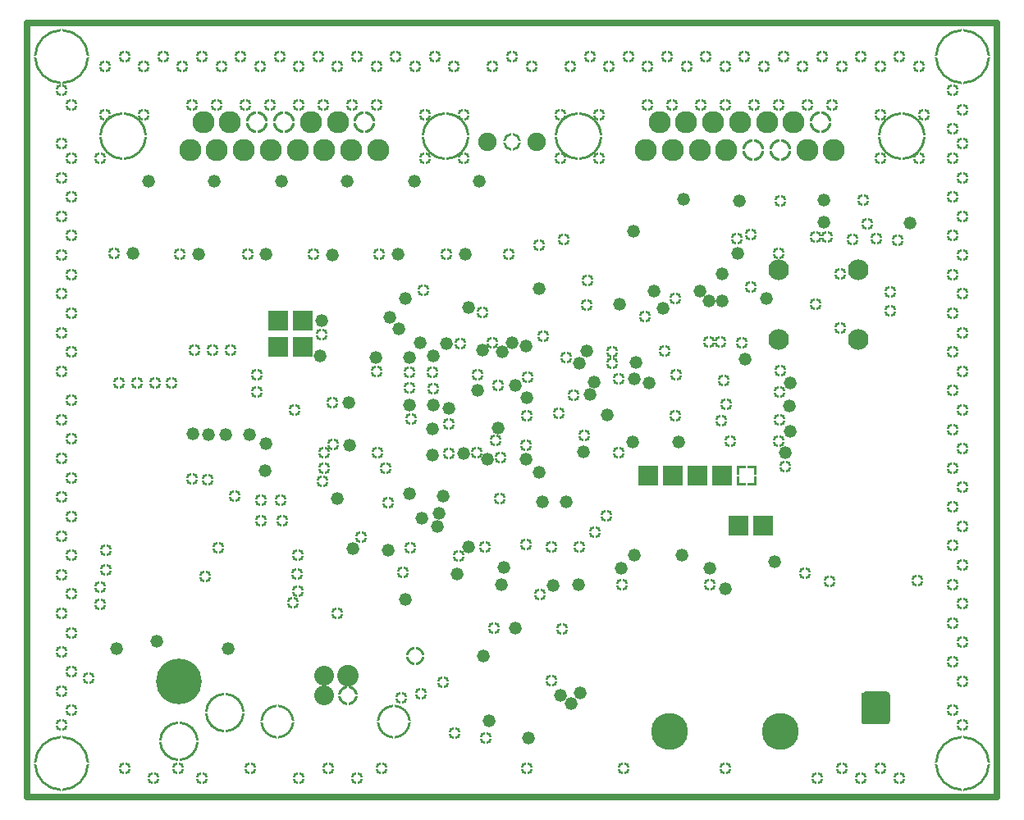
<source format=gbr>
%FSLAX36Y36*%
%MOMM*%
G04 EasyPC Gerber Version 18.0.8 Build 3632 *
%ADD126R,2.03200X2.03200*%
%ADD141C,0.20830*%
%ADD22C,0.63500*%
%ADD137C,1.32080*%
%ADD134C,1.89800*%
%ADD128C,2.03200*%
%ADD121C,2.13200*%
%ADD127C,2.22800*%
%ADD122C,2.28600*%
%ADD133C,3.81800*%
%ADD132C,4.70800*%
%AMT125*0 Thermal pad*4,1,6,0.76200,0.06350,0.76200,0.76200,0.06350,0.76200,0.06350,1.01600,1.01600,1.01600,1.01600,0.06350,0.76200,0.06350,0*4,1,6,-0.06350,0.76200,-0.76200,0.76200,-0.76200,0.06350,-1.01600,0.06350,-1.01600,1.01600,-0.06350,1.01600,-0.06350,0.76200,0*4,1,6,-0.76200,-0.06350,-0.76200,-0.76200,-0.06350,-0.76200,-0.06350,-1.01600,-1.01600,-1.01600,-1.01600,-0.06350,-0.76200,-0.06350,0*4,1,6,0.06350,-0.76200,0.76200,-0.76200,0.76200,-0.06350,1.01600,-0.06350,1.01600,-1.01600,0.06350,-1.01600,0.06350,-0.76200,0*%
%ADD125T125*%
%AMT120*0 Thermal pad*7,0,0,1.32080,0.81280,0.12700,0*%
%ADD120T120*%
%AMT135*0 Thermal pad*7,0,0,1.89800,1.39000,0.12700,0*%
%ADD135T135*%
%AMT136*0 Thermal pad*7,0,0,1.93040,1.42240,0.12700,0*%
%ADD136T136*%
%AMT129*0 Thermal pad*7,0,0,2.03200,1.52400,0.12700,0*%
%ADD129T129*%
%AMT123*0 Thermal pad*7,0,0,2.28600,1.77800,0.12700,0*%
%ADD123T123*%
%AMT130*0 Thermal pad*7,0,0,3.50800,3.00000,0.12700,0*%
%ADD130T130*%
%AMT131*0 Thermal pad*7,0,0,4.10800,3.60000,0.12700,0*%
%ADD131T131*%
%AMT124*0 Thermal pad*7,0,0,4.95300,4.44500,0.12700,0*%
%ADD124T124*%
%AMT119*0 Thermal pad*7,0,0,5.70800,5.20000,0.12700,0*%
%ADD119T119*%
X0Y0D02*
D02*
D22*
X42104200Y3347700D02*
X142104200D01*
Y83347700*
X42104200*
Y3347700*
D02*
D119*
X45604200Y6847700D03*
Y79847700D03*
X138604200Y6847700D03*
Y79847700D03*
D02*
D120*
X45604200Y10847700D03*
Y14347700D03*
Y18347700D03*
Y22347700D03*
Y26347700D03*
Y30347700D03*
Y34347700D03*
Y38347700D03*
Y42347700D03*
Y47347700D03*
Y51347700D03*
Y55347700D03*
Y59347700D03*
Y63347700D03*
Y67347700D03*
Y70847700D03*
Y76347700D03*
X46604200Y12347700D03*
Y16347700D03*
Y20347700D03*
Y24347700D03*
Y28347700D03*
Y32347700D03*
Y36347700D03*
Y40347700D03*
Y44347700D03*
Y49347700D03*
Y53347700D03*
Y57347700D03*
Y61347700D03*
Y65347700D03*
Y69347700D03*
Y74847700D03*
X48454200Y15697700D03*
X49579200Y23272700D03*
Y25047700D03*
X49604200Y69347700D03*
X50104200Y73847700D03*
Y78847700D03*
X50179200Y26797700D03*
X50204200Y28847700D03*
X51054200Y59547700D03*
X51554200Y46172700D03*
X52104200Y6347700D03*
Y79847700D03*
X53404200Y46147700D03*
X54104200Y73847700D03*
Y78847700D03*
X55104200Y5347700D03*
X55254200Y46147700D03*
X56104200Y79847700D03*
X56954200Y46147700D03*
X57604200Y6347700D03*
X57804200Y59447700D03*
X58104200Y78847700D03*
X59104200Y36197700D03*
Y74847700D03*
X59354200Y49522700D03*
X60104200Y5347700D03*
Y79847700D03*
X60454200Y26122700D03*
X60729200Y36147700D03*
X61229200Y49497700D03*
X61604200Y74847700D03*
X61779200Y29122700D03*
X62104200Y78847700D03*
X63054200Y49522700D03*
X63504200Y34422700D03*
X64104200Y79847700D03*
X64604200Y74847700D03*
X64804200Y59447700D03*
X65104200Y6347700D03*
X65779200Y45247700D03*
Y46997700D03*
X66104200Y78847700D03*
X66204200Y31897700D03*
Y34072700D03*
X67104200Y74847700D03*
X68104200Y79847700D03*
X68229200Y34072700D03*
X68379200Y31897700D03*
X69504200Y23422700D03*
X69654200Y43372700D03*
X69929200Y26397700D03*
X69979200Y24672700D03*
X70029200Y28372700D03*
X70104200Y5347700D03*
Y74847700D03*
Y78847700D03*
X71604200Y59447700D03*
X72104200Y79847700D03*
X72429200Y51147700D03*
X72579200Y35947700D03*
X72604200Y74847700D03*
X72679200Y38947700D03*
X72704200Y37297700D03*
X73104200Y6347700D03*
X73579200Y44072700D03*
X73604200Y39772700D03*
X74104200Y22347700D03*
Y78847700D03*
X75604200Y74847700D03*
X76104200Y5347700D03*
Y79847700D03*
X76529200Y30247700D03*
X78104200Y74847700D03*
Y78847700D03*
X78154200Y47347700D03*
X78254200Y38947700D03*
X78404200Y59447700D03*
X78604200Y6347700D03*
X79079200Y37297700D03*
X79354200Y33747700D03*
X80104200Y79847700D03*
X80704200Y13647700D03*
X80804200Y26622700D03*
X81479200Y45597700D03*
X81504200Y47247700D03*
X81629200Y29097700D03*
X81654200Y42422700D03*
X82104200Y78847700D03*
X82704200Y14047700D03*
X82979200Y55722700D03*
X83104200Y69347700D03*
Y73847700D03*
X83929200Y47247700D03*
X83979200Y45522700D03*
X84104200Y79847700D03*
X84979200Y15247700D03*
X85354200Y59447700D03*
X85554200Y38847700D03*
X85579200Y41897700D03*
X86104200Y78847700D03*
X86204200Y9947700D03*
X86579200Y28272700D03*
X86754200Y50197700D03*
X87104200Y69347700D03*
Y73847700D03*
X88429200Y38922700D03*
X88529200Y46997700D03*
X89079200Y53447700D03*
X89279200Y29197700D03*
X89404200Y9472700D03*
X90079200Y50322700D03*
X90104200Y78847700D03*
X90279200Y20797700D03*
X90429200Y40222700D03*
X90679200Y45922700D03*
X90829200Y34172700D03*
X90904200Y38447700D03*
X91804200Y59447700D03*
X92104200Y79847700D03*
X93504200Y29422700D03*
X93579200Y39747700D03*
X93604200Y6347700D03*
X93654200Y42747700D03*
X93679200Y46747700D03*
X94104200Y78847700D03*
X94904200Y60397700D03*
X94979200Y24297700D03*
X95317200Y50947700D03*
X96129200Y15397700D03*
X96154200Y29222700D03*
X96954200Y43022700D03*
X97104200Y69347700D03*
Y73847700D03*
X97304200Y20772700D03*
X97454200Y60972700D03*
X97654200Y48747700D03*
X98104200Y78847700D03*
X98454200Y44872700D03*
X99004200Y29247700D03*
X99529200Y40697700D03*
X99779200Y54197700D03*
X99854200Y56747700D03*
X100104200Y79847700D03*
X100629200Y30747700D03*
X101104200Y69347700D03*
Y73847700D03*
X101804200Y32397700D03*
X102104200Y78847700D03*
X102429200Y49322700D03*
X102454200Y48197700D03*
X103079200Y46597700D03*
X103129200Y38922700D03*
X103429200Y25272700D03*
X103604200Y6347700D03*
X104104200Y79847700D03*
X105829200Y52972700D03*
X106104200Y74847700D03*
Y78847700D03*
X107879200Y49447700D03*
X108104200Y79847700D03*
X108604200Y74847700D03*
X108929200Y42722700D03*
Y54897700D03*
X109054200Y46947700D03*
X110104200Y78847700D03*
X111604200Y74847700D03*
X112104200Y79847700D03*
X112404200Y50347700D03*
X112529200Y25347700D03*
X113629200Y50372700D03*
X113729200Y42272700D03*
X113979200Y46397700D03*
X114104200Y6347700D03*
Y74847700D03*
Y78847700D03*
X114204200Y43897700D03*
X114654200Y40097700D03*
X115329200Y61047700D03*
X115804200Y50322700D03*
X116104200Y79847700D03*
X116704200Y56047700D03*
Y61472700D03*
X117104200Y74847700D03*
X118104200Y78847700D03*
X119604200Y40097700D03*
Y74847700D03*
X119654200Y59522700D03*
X119729200Y42297700D03*
Y45172700D03*
X119804200Y47397700D03*
Y64947700D03*
X120104200Y79847700D03*
X120304200Y37497700D03*
X122104200Y78847700D03*
X122304200Y26522700D03*
X122604200Y74847700D03*
X123404200Y61197700D03*
X123429200Y54247700D03*
X123604200Y5347700D03*
X124104200Y79847700D03*
X124579200Y61172700D03*
X124854200Y25622700D03*
X125104200Y74847700D03*
X125979200Y51797700D03*
Y57397700D03*
X126104200Y6347700D03*
Y78847700D03*
X127279200Y60997700D03*
X128104200Y5347700D03*
Y79847700D03*
X128354200Y64997700D03*
X128779200Y62597700D03*
X129729200Y61047700D03*
X130104200Y6347700D03*
Y69347700D03*
Y73847700D03*
Y78847700D03*
X131154200Y53622700D03*
Y55547700D03*
X131854200Y60847700D03*
X132104200Y5347700D03*
Y79847700D03*
X133954200Y25697700D03*
X134104200Y69347700D03*
Y78847700D03*
X134604200Y73847700D03*
X137604200Y12347700D03*
Y17347700D03*
Y21347700D03*
Y25347700D03*
Y29347700D03*
Y33347700D03*
Y37347700D03*
Y41347700D03*
Y45347700D03*
Y49347700D03*
Y53347700D03*
Y57347700D03*
Y61347700D03*
Y65347700D03*
Y69347700D03*
Y72347700D03*
Y76347700D03*
X138604200Y10847700D03*
Y15347700D03*
Y19347700D03*
Y23347700D03*
Y27347700D03*
Y31347700D03*
Y35347700D03*
Y39347700D03*
Y43347700D03*
Y47347700D03*
Y51347700D03*
Y55347700D03*
Y59347700D03*
Y63347700D03*
Y67347700D03*
Y70847700D03*
Y74347700D03*
D02*
D121*
X119579200Y50597700D03*
Y57847700D03*
X127829200Y50597700D03*
Y57847700D03*
D02*
D122*
X58886200Y70202900D03*
X60271200Y73047700D03*
X61656200Y70202900D03*
X63001000Y73047700D03*
X64426200Y70202900D03*
X67196200D03*
X69966200D03*
X71351200Y73047700D03*
X72736200Y70202900D03*
X74121200Y73047700D03*
X75506200Y70202900D03*
X78276200D03*
X105932200D03*
X107317200Y73047700D03*
X108702200Y70202900D03*
X110047000Y73047700D03*
X111472200Y70202900D03*
X112857200Y73047700D03*
X114242200Y70202900D03*
X115627200Y73047700D03*
X118397200D03*
X121167200D03*
X122552200Y70202900D03*
X125322200D03*
D02*
D123*
X65811200Y73047700D03*
X68581200D03*
X76891200D03*
X117012200Y70202900D03*
X119782200D03*
X123937200Y73047700D03*
D02*
D124*
X51931200Y71625300D03*
X85231200D03*
X98977200D03*
X132277200D03*
D02*
D125*
X116304200Y36572700D03*
D02*
D126*
X67954200Y49872700D03*
Y52547700D03*
X70494200Y49872700D03*
Y52547700D03*
X106144200Y36572700D03*
X108684200D03*
X111224200D03*
X113764200D03*
X115479200Y31422700D03*
X118019200D03*
D02*
D127*
X75181200Y15872700D03*
D02*
D128*
X72681200Y13872700D03*
Y15872700D03*
D02*
D129*
X75181200Y13872700D03*
D02*
D130*
X67911200Y11162700D03*
X79951200D03*
D02*
D131*
X57732600Y9122700D03*
X62432600Y12122700D03*
D02*
D132*
X57732600Y15322700D03*
D02*
D133*
X108382700Y10137700D03*
X119812700D03*
D02*
D134*
X89577800Y71047700D03*
X94657800D03*
D02*
D135*
X92117800D03*
D02*
D136*
X82104200Y17947700D03*
D02*
D137*
X51304200Y18747700D03*
X52954200Y59547700D03*
X54604200Y66947700D03*
X55479200Y19497700D03*
X59154200Y40872700D03*
X59754200Y59447700D03*
X60804200Y40847700D03*
X61404200Y66947700D03*
X62529200Y40797700D03*
X62804200Y18747700D03*
X65029200Y40797700D03*
X66629200Y37072700D03*
X66679200Y39897700D03*
X66729200Y59447700D03*
X68304200Y66947700D03*
X72329200Y48922700D03*
X72454200Y52597700D03*
X73554200Y59347700D03*
X74054200Y34197700D03*
X75104200Y66947700D03*
X75279200Y44097700D03*
X75354200Y39722700D03*
X75654200Y28997700D03*
X78054200Y48747700D03*
X79354200Y28847700D03*
X79454200Y52947700D03*
X80304200Y59447700D03*
X80404200Y51747700D03*
X81054200Y23747700D03*
X81104200Y54847700D03*
X81479200Y43847700D03*
X81529200Y48747700D03*
X81554200Y34747700D03*
X82004200Y66947700D03*
X82579200Y50247700D03*
X82804200Y32147700D03*
X83879200Y38722700D03*
Y41397700D03*
X83954200Y48922700D03*
X83979200Y43822700D03*
X84432200Y31297700D03*
X84604200Y32647700D03*
X84979200Y34422700D03*
X85304200Y50172700D03*
X85579200Y43547700D03*
X86429200Y26397700D03*
X87104200Y38822700D03*
X87254200Y59447700D03*
X87579200Y29247700D03*
X87604200Y53947700D03*
X88504200Y45372700D03*
X88704200Y66947700D03*
X89029200Y49497700D03*
X89167700Y17972700D03*
X89579200Y38247700D03*
X89729200Y11222700D03*
X90704200Y41522700D03*
X90979200Y25347700D03*
X91079200Y49397700D03*
X91229200Y27122700D03*
X92079200Y50297700D03*
X92404200Y45922700D03*
X92467700Y20797700D03*
X93504200Y49947700D03*
X93579200Y38247700D03*
X93629200Y44597700D03*
X93779200Y9472700D03*
X94879200Y36922700D03*
X94904200Y55872700D03*
X95204200Y33822700D03*
X96329200Y25247700D03*
X97104200Y13922700D03*
X97654200Y33822700D03*
X98204200Y12997700D03*
X98929200Y25272700D03*
X99029200Y48172700D03*
X99104200Y14122700D03*
X99504200Y38997700D03*
X99804200Y49422700D03*
X100154200Y44922700D03*
X100554200Y46222700D03*
X101954200Y42822700D03*
X103179200Y54272700D03*
X103354200Y27047700D03*
X104554200Y40072700D03*
X104629200Y61797700D03*
X104679200Y28397700D03*
X104754200Y46572700D03*
X104904200Y48222700D03*
X106279200Y46122700D03*
X106729200Y55597700D03*
X107704200Y53822700D03*
X109254200Y40072700D03*
X109629200Y28372700D03*
X109829200Y65097700D03*
X111454200Y55597700D03*
X112429200Y54597700D03*
X112529200Y26997700D03*
X113754200Y54597700D03*
Y57397700D03*
X114154200Y24897700D03*
X115354200Y59547700D03*
X115554200Y64947700D03*
X116154200Y48597700D03*
X118329200Y54897700D03*
X119154200Y27672700D03*
X120304200Y38972700D03*
X120704200Y43772700D03*
X120829200Y41172700D03*
Y46147700D03*
X124254200Y64997700D03*
X124279200Y62747700D03*
X133154200Y62622700D03*
D02*
D141*
X128475000Y10964500D02*
X130766100D01*
G75*
G03X131020100Y11218500J254000*
G01*
Y13926100*
G75*
G03X130766100Y14180100I-254000*
G01*
X128475000*
G75*
G03X128221000Y13926100J-254000*
G01*
Y11218500*
G75*
G03X128475000Y10964500I254000*
G01*
G36*
X130766100*
G75*
G03X131020100Y11218500J254000*
G01*
Y13926100*
G75*
G03X130766100Y14180100I-254000*
G01*
X128475000*
G75*
G03X128221000Y13926100J-254000*
G01*
Y11218500*
G75*
G03X128475000Y10964500I254000*
G01*
G37*
X0Y0D02*
M02*

</source>
